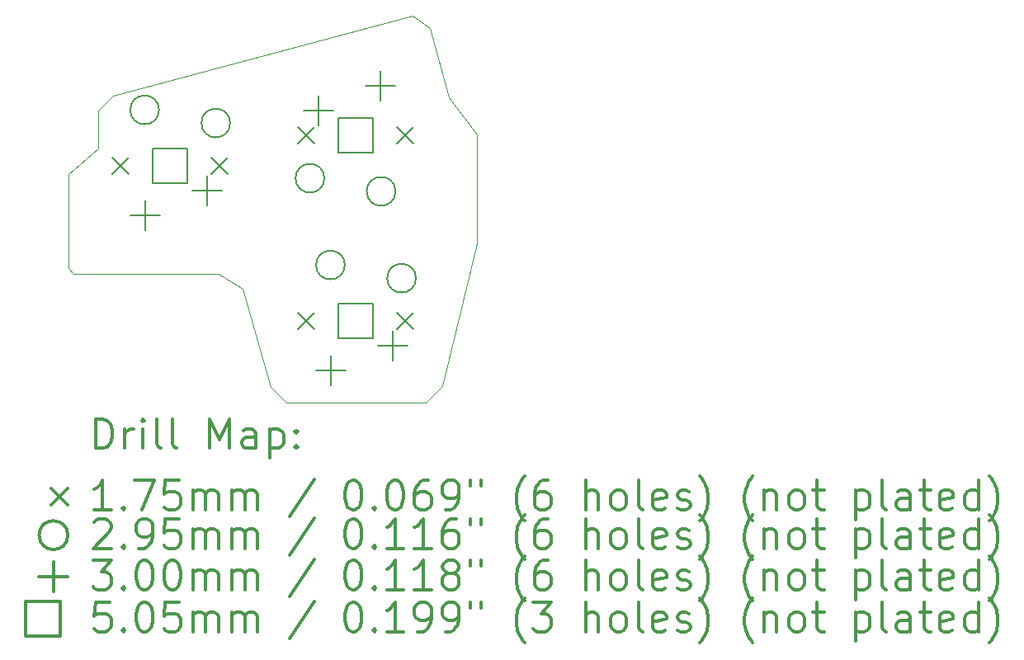
<source format=gbr>
%FSLAX45Y45*%
G04 Gerber Fmt 4.5, Leading zero omitted, Abs format (unit mm)*
G04 Created by KiCad (PCBNEW (5.1.4)-1) date 2023-09-09 05:27:41*
%MOMM*%
%LPD*%
G04 APERTURE LIST*
%ADD10C,0.050000*%
%ADD11C,0.200000*%
%ADD12C,0.300000*%
G04 APERTURE END LIST*
D10*
X-11844000Y-36817000D02*
X-12087000Y-36664000D01*
X-11554000Y-37827000D02*
X-11844000Y-36817000D01*
X-11394000Y-37987000D02*
X-11554000Y-37827000D01*
X-9964000Y-37987000D02*
X-11394000Y-37987000D01*
X-9794000Y-37817000D02*
X-9964000Y-37987000D01*
X-9442855Y-36347132D02*
X-9794000Y-37817000D01*
X-13172856Y-34837338D02*
X-13328680Y-34987437D01*
X-9732256Y-34849786D02*
X-9922861Y-34143217D01*
X-9442855Y-36347132D02*
X-9443385Y-35233131D01*
X-9732256Y-34849786D02*
X-9443385Y-35233131D01*
X-13635081Y-35635850D02*
X-13329862Y-35379556D01*
X-13635471Y-36609053D02*
X-13581145Y-36664530D01*
X-13635471Y-36609053D02*
X-13635081Y-35635850D01*
X-9922861Y-34143217D02*
X-10100158Y-34012619D01*
X-13329862Y-35379556D02*
X-13328680Y-34987437D01*
X-10100158Y-34012619D02*
X-13172856Y-34837338D01*
X-12087000Y-36664000D02*
X-13581145Y-36664530D01*
D11*
X-11279500Y-37060500D02*
X-11104500Y-37235500D01*
X-11104500Y-37060500D02*
X-11279500Y-37235500D01*
X-10263500Y-37060500D02*
X-10088500Y-37235500D01*
X-10088500Y-37060500D02*
X-10263500Y-37235500D01*
X-11279500Y-35154692D02*
X-11104500Y-35329692D01*
X-11104500Y-35154692D02*
X-11279500Y-35329692D01*
X-10263500Y-35154692D02*
X-10088500Y-35329692D01*
X-10088500Y-35154692D02*
X-10263500Y-35329692D01*
X-13185895Y-35468506D02*
X-13010895Y-35643506D01*
X-13010895Y-35468506D02*
X-13185895Y-35643506D01*
X-12169895Y-35468506D02*
X-11994895Y-35643506D01*
X-11994895Y-35468506D02*
X-12169895Y-35643506D01*
X-10796500Y-36573000D02*
G75*
G03X-10796500Y-36573000I-147500J0D01*
G01*
X-10066500Y-36708000D02*
G75*
G03X-10066500Y-36708000I-147500J0D01*
G01*
X-11006500Y-35682192D02*
G75*
G03X-11006500Y-35682192I-147500J0D01*
G01*
X-10276500Y-35817192D02*
G75*
G03X-10276500Y-35817192I-147500J0D01*
G01*
X-12702895Y-34981006D02*
G75*
G03X-12702895Y-34981006I-147500J0D01*
G01*
X-11972895Y-35116006D02*
G75*
G03X-11972895Y-35116006I-147500J0D01*
G01*
X-10938000Y-37506000D02*
X-10938000Y-37806000D01*
X-11088000Y-37656000D02*
X-10788000Y-37656000D01*
X-10303000Y-37252000D02*
X-10303000Y-37552000D01*
X-10453000Y-37402000D02*
X-10153000Y-37402000D01*
X-11065000Y-34838192D02*
X-11065000Y-35138192D01*
X-11215000Y-34988192D02*
X-10915000Y-34988192D01*
X-10430000Y-34584192D02*
X-10430000Y-34884192D01*
X-10580000Y-34734192D02*
X-10280000Y-34734192D01*
X-12844395Y-35914006D02*
X-12844395Y-36214006D01*
X-12994395Y-36064006D02*
X-12694395Y-36064006D01*
X-12209395Y-35660006D02*
X-12209395Y-35960006D01*
X-12359395Y-35810006D02*
X-12059395Y-35810006D01*
X-10505454Y-37326546D02*
X-10505454Y-36969454D01*
X-10862546Y-36969454D01*
X-10862546Y-37326546D01*
X-10505454Y-37326546D01*
X-10505454Y-35420738D02*
X-10505454Y-35063646D01*
X-10862546Y-35063646D01*
X-10862546Y-35420738D01*
X-10505454Y-35420738D01*
X-12411849Y-35734552D02*
X-12411849Y-35377460D01*
X-12768942Y-35377460D01*
X-12768942Y-35734552D01*
X-12411849Y-35734552D01*
D12*
X-13351543Y-38455214D02*
X-13351543Y-38155214D01*
X-13280114Y-38155214D01*
X-13237257Y-38169500D01*
X-13208685Y-38198072D01*
X-13194400Y-38226643D01*
X-13180114Y-38283786D01*
X-13180114Y-38326643D01*
X-13194400Y-38383786D01*
X-13208685Y-38412357D01*
X-13237257Y-38440929D01*
X-13280114Y-38455214D01*
X-13351543Y-38455214D01*
X-13051543Y-38455214D02*
X-13051543Y-38255214D01*
X-13051543Y-38312357D02*
X-13037257Y-38283786D01*
X-13022971Y-38269500D01*
X-12994400Y-38255214D01*
X-12965828Y-38255214D01*
X-12865828Y-38455214D02*
X-12865828Y-38255214D01*
X-12865828Y-38155214D02*
X-12880114Y-38169500D01*
X-12865828Y-38183786D01*
X-12851543Y-38169500D01*
X-12865828Y-38155214D01*
X-12865828Y-38183786D01*
X-12680114Y-38455214D02*
X-12708685Y-38440929D01*
X-12722971Y-38412357D01*
X-12722971Y-38155214D01*
X-12522971Y-38455214D02*
X-12551543Y-38440929D01*
X-12565828Y-38412357D01*
X-12565828Y-38155214D01*
X-12180114Y-38455214D02*
X-12180114Y-38155214D01*
X-12080114Y-38369500D01*
X-11980114Y-38155214D01*
X-11980114Y-38455214D01*
X-11708685Y-38455214D02*
X-11708685Y-38298072D01*
X-11722971Y-38269500D01*
X-11751543Y-38255214D01*
X-11808685Y-38255214D01*
X-11837257Y-38269500D01*
X-11708685Y-38440929D02*
X-11737257Y-38455214D01*
X-11808685Y-38455214D01*
X-11837257Y-38440929D01*
X-11851543Y-38412357D01*
X-11851543Y-38383786D01*
X-11837257Y-38355214D01*
X-11808685Y-38340929D01*
X-11737257Y-38340929D01*
X-11708685Y-38326643D01*
X-11565828Y-38255214D02*
X-11565828Y-38555214D01*
X-11565828Y-38269500D02*
X-11537257Y-38255214D01*
X-11480114Y-38255214D01*
X-11451543Y-38269500D01*
X-11437257Y-38283786D01*
X-11422971Y-38312357D01*
X-11422971Y-38398072D01*
X-11437257Y-38426643D01*
X-11451543Y-38440929D01*
X-11480114Y-38455214D01*
X-11537257Y-38455214D01*
X-11565828Y-38440929D01*
X-11294400Y-38426643D02*
X-11280114Y-38440929D01*
X-11294400Y-38455214D01*
X-11308685Y-38440929D01*
X-11294400Y-38426643D01*
X-11294400Y-38455214D01*
X-11294400Y-38269500D02*
X-11280114Y-38283786D01*
X-11294400Y-38298072D01*
X-11308685Y-38283786D01*
X-11294400Y-38269500D01*
X-11294400Y-38298072D01*
X-13812971Y-38862000D02*
X-13637971Y-39037000D01*
X-13637971Y-38862000D02*
X-13812971Y-39037000D01*
X-13194400Y-39085214D02*
X-13365828Y-39085214D01*
X-13280114Y-39085214D02*
X-13280114Y-38785214D01*
X-13308685Y-38828072D01*
X-13337257Y-38856643D01*
X-13365828Y-38870929D01*
X-13065828Y-39056643D02*
X-13051543Y-39070929D01*
X-13065828Y-39085214D01*
X-13080114Y-39070929D01*
X-13065828Y-39056643D01*
X-13065828Y-39085214D01*
X-12951543Y-38785214D02*
X-12751543Y-38785214D01*
X-12880114Y-39085214D01*
X-12494400Y-38785214D02*
X-12637257Y-38785214D01*
X-12651543Y-38928072D01*
X-12637257Y-38913786D01*
X-12608685Y-38899500D01*
X-12537257Y-38899500D01*
X-12508685Y-38913786D01*
X-12494400Y-38928072D01*
X-12480114Y-38956643D01*
X-12480114Y-39028072D01*
X-12494400Y-39056643D01*
X-12508685Y-39070929D01*
X-12537257Y-39085214D01*
X-12608685Y-39085214D01*
X-12637257Y-39070929D01*
X-12651543Y-39056643D01*
X-12351543Y-39085214D02*
X-12351543Y-38885214D01*
X-12351543Y-38913786D02*
X-12337257Y-38899500D01*
X-12308685Y-38885214D01*
X-12265828Y-38885214D01*
X-12237257Y-38899500D01*
X-12222971Y-38928072D01*
X-12222971Y-39085214D01*
X-12222971Y-38928072D02*
X-12208685Y-38899500D01*
X-12180114Y-38885214D01*
X-12137257Y-38885214D01*
X-12108685Y-38899500D01*
X-12094400Y-38928072D01*
X-12094400Y-39085214D01*
X-11951543Y-39085214D02*
X-11951543Y-38885214D01*
X-11951543Y-38913786D02*
X-11937257Y-38899500D01*
X-11908685Y-38885214D01*
X-11865828Y-38885214D01*
X-11837257Y-38899500D01*
X-11822971Y-38928072D01*
X-11822971Y-39085214D01*
X-11822971Y-38928072D02*
X-11808685Y-38899500D01*
X-11780114Y-38885214D01*
X-11737257Y-38885214D01*
X-11708685Y-38899500D01*
X-11694400Y-38928072D01*
X-11694400Y-39085214D01*
X-11108686Y-38770929D02*
X-11365828Y-39156643D01*
X-10722971Y-38785214D02*
X-10694400Y-38785214D01*
X-10665828Y-38799500D01*
X-10651543Y-38813786D01*
X-10637257Y-38842357D01*
X-10622971Y-38899500D01*
X-10622971Y-38970929D01*
X-10637257Y-39028072D01*
X-10651543Y-39056643D01*
X-10665828Y-39070929D01*
X-10694400Y-39085214D01*
X-10722971Y-39085214D01*
X-10751543Y-39070929D01*
X-10765828Y-39056643D01*
X-10780114Y-39028072D01*
X-10794400Y-38970929D01*
X-10794400Y-38899500D01*
X-10780114Y-38842357D01*
X-10765828Y-38813786D01*
X-10751543Y-38799500D01*
X-10722971Y-38785214D01*
X-10494400Y-39056643D02*
X-10480114Y-39070929D01*
X-10494400Y-39085214D01*
X-10508686Y-39070929D01*
X-10494400Y-39056643D01*
X-10494400Y-39085214D01*
X-10294400Y-38785214D02*
X-10265828Y-38785214D01*
X-10237257Y-38799500D01*
X-10222971Y-38813786D01*
X-10208686Y-38842357D01*
X-10194400Y-38899500D01*
X-10194400Y-38970929D01*
X-10208686Y-39028072D01*
X-10222971Y-39056643D01*
X-10237257Y-39070929D01*
X-10265828Y-39085214D01*
X-10294400Y-39085214D01*
X-10322971Y-39070929D01*
X-10337257Y-39056643D01*
X-10351543Y-39028072D01*
X-10365828Y-38970929D01*
X-10365828Y-38899500D01*
X-10351543Y-38842357D01*
X-10337257Y-38813786D01*
X-10322971Y-38799500D01*
X-10294400Y-38785214D01*
X-9937257Y-38785214D02*
X-9994400Y-38785214D01*
X-10022971Y-38799500D01*
X-10037257Y-38813786D01*
X-10065828Y-38856643D01*
X-10080114Y-38913786D01*
X-10080114Y-39028072D01*
X-10065828Y-39056643D01*
X-10051543Y-39070929D01*
X-10022971Y-39085214D01*
X-9965828Y-39085214D01*
X-9937257Y-39070929D01*
X-9922971Y-39056643D01*
X-9908686Y-39028072D01*
X-9908686Y-38956643D01*
X-9922971Y-38928072D01*
X-9937257Y-38913786D01*
X-9965828Y-38899500D01*
X-10022971Y-38899500D01*
X-10051543Y-38913786D01*
X-10065828Y-38928072D01*
X-10080114Y-38956643D01*
X-9765828Y-39085214D02*
X-9708686Y-39085214D01*
X-9680114Y-39070929D01*
X-9665828Y-39056643D01*
X-9637257Y-39013786D01*
X-9622971Y-38956643D01*
X-9622971Y-38842357D01*
X-9637257Y-38813786D01*
X-9651543Y-38799500D01*
X-9680114Y-38785214D01*
X-9737257Y-38785214D01*
X-9765828Y-38799500D01*
X-9780114Y-38813786D01*
X-9794400Y-38842357D01*
X-9794400Y-38913786D01*
X-9780114Y-38942357D01*
X-9765828Y-38956643D01*
X-9737257Y-38970929D01*
X-9680114Y-38970929D01*
X-9651543Y-38956643D01*
X-9637257Y-38942357D01*
X-9622971Y-38913786D01*
X-9508686Y-38785214D02*
X-9508686Y-38842357D01*
X-9394400Y-38785214D02*
X-9394400Y-38842357D01*
X-8951543Y-39199500D02*
X-8965828Y-39185214D01*
X-8994400Y-39142357D01*
X-9008686Y-39113786D01*
X-9022971Y-39070929D01*
X-9037257Y-38999500D01*
X-9037257Y-38942357D01*
X-9022971Y-38870929D01*
X-9008686Y-38828072D01*
X-8994400Y-38799500D01*
X-8965828Y-38756643D01*
X-8951543Y-38742357D01*
X-8708686Y-38785214D02*
X-8765828Y-38785214D01*
X-8794400Y-38799500D01*
X-8808686Y-38813786D01*
X-8837257Y-38856643D01*
X-8851543Y-38913786D01*
X-8851543Y-39028072D01*
X-8837257Y-39056643D01*
X-8822971Y-39070929D01*
X-8794400Y-39085214D01*
X-8737257Y-39085214D01*
X-8708686Y-39070929D01*
X-8694400Y-39056643D01*
X-8680114Y-39028072D01*
X-8680114Y-38956643D01*
X-8694400Y-38928072D01*
X-8708686Y-38913786D01*
X-8737257Y-38899500D01*
X-8794400Y-38899500D01*
X-8822971Y-38913786D01*
X-8837257Y-38928072D01*
X-8851543Y-38956643D01*
X-8322971Y-39085214D02*
X-8322971Y-38785214D01*
X-8194400Y-39085214D02*
X-8194400Y-38928072D01*
X-8208685Y-38899500D01*
X-8237257Y-38885214D01*
X-8280114Y-38885214D01*
X-8308685Y-38899500D01*
X-8322971Y-38913786D01*
X-8008685Y-39085214D02*
X-8037257Y-39070929D01*
X-8051543Y-39056643D01*
X-8065828Y-39028072D01*
X-8065828Y-38942357D01*
X-8051543Y-38913786D01*
X-8037257Y-38899500D01*
X-8008685Y-38885214D01*
X-7965828Y-38885214D01*
X-7937257Y-38899500D01*
X-7922971Y-38913786D01*
X-7908685Y-38942357D01*
X-7908685Y-39028072D01*
X-7922971Y-39056643D01*
X-7937257Y-39070929D01*
X-7965828Y-39085214D01*
X-8008685Y-39085214D01*
X-7737257Y-39085214D02*
X-7765828Y-39070929D01*
X-7780114Y-39042357D01*
X-7780114Y-38785214D01*
X-7508685Y-39070929D02*
X-7537257Y-39085214D01*
X-7594400Y-39085214D01*
X-7622971Y-39070929D01*
X-7637257Y-39042357D01*
X-7637257Y-38928072D01*
X-7622971Y-38899500D01*
X-7594400Y-38885214D01*
X-7537257Y-38885214D01*
X-7508685Y-38899500D01*
X-7494400Y-38928072D01*
X-7494400Y-38956643D01*
X-7637257Y-38985214D01*
X-7380114Y-39070929D02*
X-7351543Y-39085214D01*
X-7294400Y-39085214D01*
X-7265828Y-39070929D01*
X-7251543Y-39042357D01*
X-7251543Y-39028072D01*
X-7265828Y-38999500D01*
X-7294400Y-38985214D01*
X-7337257Y-38985214D01*
X-7365828Y-38970929D01*
X-7380114Y-38942357D01*
X-7380114Y-38928072D01*
X-7365828Y-38899500D01*
X-7337257Y-38885214D01*
X-7294400Y-38885214D01*
X-7265828Y-38899500D01*
X-7151543Y-39199500D02*
X-7137257Y-39185214D01*
X-7108685Y-39142357D01*
X-7094400Y-39113786D01*
X-7080114Y-39070929D01*
X-7065828Y-38999500D01*
X-7065828Y-38942357D01*
X-7080114Y-38870929D01*
X-7094400Y-38828072D01*
X-7108685Y-38799500D01*
X-7137257Y-38756643D01*
X-7151543Y-38742357D01*
X-6608685Y-39199500D02*
X-6622971Y-39185214D01*
X-6651543Y-39142357D01*
X-6665828Y-39113786D01*
X-6680114Y-39070929D01*
X-6694400Y-38999500D01*
X-6694400Y-38942357D01*
X-6680114Y-38870929D01*
X-6665828Y-38828072D01*
X-6651543Y-38799500D01*
X-6622971Y-38756643D01*
X-6608685Y-38742357D01*
X-6494400Y-38885214D02*
X-6494400Y-39085214D01*
X-6494400Y-38913786D02*
X-6480114Y-38899500D01*
X-6451543Y-38885214D01*
X-6408685Y-38885214D01*
X-6380114Y-38899500D01*
X-6365828Y-38928072D01*
X-6365828Y-39085214D01*
X-6180114Y-39085214D02*
X-6208685Y-39070929D01*
X-6222971Y-39056643D01*
X-6237257Y-39028072D01*
X-6237257Y-38942357D01*
X-6222971Y-38913786D01*
X-6208685Y-38899500D01*
X-6180114Y-38885214D01*
X-6137257Y-38885214D01*
X-6108685Y-38899500D01*
X-6094400Y-38913786D01*
X-6080114Y-38942357D01*
X-6080114Y-39028072D01*
X-6094400Y-39056643D01*
X-6108685Y-39070929D01*
X-6137257Y-39085214D01*
X-6180114Y-39085214D01*
X-5994400Y-38885214D02*
X-5880114Y-38885214D01*
X-5951543Y-38785214D02*
X-5951543Y-39042357D01*
X-5937257Y-39070929D01*
X-5908685Y-39085214D01*
X-5880114Y-39085214D01*
X-5551543Y-38885214D02*
X-5551543Y-39185214D01*
X-5551543Y-38899500D02*
X-5522971Y-38885214D01*
X-5465828Y-38885214D01*
X-5437257Y-38899500D01*
X-5422971Y-38913786D01*
X-5408686Y-38942357D01*
X-5408686Y-39028072D01*
X-5422971Y-39056643D01*
X-5437257Y-39070929D01*
X-5465828Y-39085214D01*
X-5522971Y-39085214D01*
X-5551543Y-39070929D01*
X-5237257Y-39085214D02*
X-5265828Y-39070929D01*
X-5280114Y-39042357D01*
X-5280114Y-38785214D01*
X-4994400Y-39085214D02*
X-4994400Y-38928072D01*
X-5008686Y-38899500D01*
X-5037257Y-38885214D01*
X-5094400Y-38885214D01*
X-5122971Y-38899500D01*
X-4994400Y-39070929D02*
X-5022971Y-39085214D01*
X-5094400Y-39085214D01*
X-5122971Y-39070929D01*
X-5137257Y-39042357D01*
X-5137257Y-39013786D01*
X-5122971Y-38985214D01*
X-5094400Y-38970929D01*
X-5022971Y-38970929D01*
X-4994400Y-38956643D01*
X-4894400Y-38885214D02*
X-4780114Y-38885214D01*
X-4851543Y-38785214D02*
X-4851543Y-39042357D01*
X-4837257Y-39070929D01*
X-4808686Y-39085214D01*
X-4780114Y-39085214D01*
X-4565828Y-39070929D02*
X-4594400Y-39085214D01*
X-4651543Y-39085214D01*
X-4680114Y-39070929D01*
X-4694400Y-39042357D01*
X-4694400Y-38928072D01*
X-4680114Y-38899500D01*
X-4651543Y-38885214D01*
X-4594400Y-38885214D01*
X-4565828Y-38899500D01*
X-4551543Y-38928072D01*
X-4551543Y-38956643D01*
X-4694400Y-38985214D01*
X-4294400Y-39085214D02*
X-4294400Y-38785214D01*
X-4294400Y-39070929D02*
X-4322971Y-39085214D01*
X-4380114Y-39085214D01*
X-4408686Y-39070929D01*
X-4422971Y-39056643D01*
X-4437257Y-39028072D01*
X-4437257Y-38942357D01*
X-4422971Y-38913786D01*
X-4408686Y-38899500D01*
X-4380114Y-38885214D01*
X-4322971Y-38885214D01*
X-4294400Y-38899500D01*
X-4180114Y-39199500D02*
X-4165828Y-39185214D01*
X-4137257Y-39142357D01*
X-4122971Y-39113786D01*
X-4108685Y-39070929D01*
X-4094400Y-38999500D01*
X-4094400Y-38942357D01*
X-4108685Y-38870929D01*
X-4122971Y-38828072D01*
X-4137257Y-38799500D01*
X-4165828Y-38756643D01*
X-4180114Y-38742357D01*
X-13637971Y-39345500D02*
G75*
G03X-13637971Y-39345500I-147500J0D01*
G01*
X-13365828Y-39209786D02*
X-13351543Y-39195500D01*
X-13322971Y-39181214D01*
X-13251543Y-39181214D01*
X-13222971Y-39195500D01*
X-13208685Y-39209786D01*
X-13194400Y-39238357D01*
X-13194400Y-39266929D01*
X-13208685Y-39309786D01*
X-13380114Y-39481214D01*
X-13194400Y-39481214D01*
X-13065828Y-39452643D02*
X-13051543Y-39466929D01*
X-13065828Y-39481214D01*
X-13080114Y-39466929D01*
X-13065828Y-39452643D01*
X-13065828Y-39481214D01*
X-12908685Y-39481214D02*
X-12851543Y-39481214D01*
X-12822971Y-39466929D01*
X-12808685Y-39452643D01*
X-12780114Y-39409786D01*
X-12765828Y-39352643D01*
X-12765828Y-39238357D01*
X-12780114Y-39209786D01*
X-12794400Y-39195500D01*
X-12822971Y-39181214D01*
X-12880114Y-39181214D01*
X-12908685Y-39195500D01*
X-12922971Y-39209786D01*
X-12937257Y-39238357D01*
X-12937257Y-39309786D01*
X-12922971Y-39338357D01*
X-12908685Y-39352643D01*
X-12880114Y-39366929D01*
X-12822971Y-39366929D01*
X-12794400Y-39352643D01*
X-12780114Y-39338357D01*
X-12765828Y-39309786D01*
X-12494400Y-39181214D02*
X-12637257Y-39181214D01*
X-12651543Y-39324072D01*
X-12637257Y-39309786D01*
X-12608685Y-39295500D01*
X-12537257Y-39295500D01*
X-12508685Y-39309786D01*
X-12494400Y-39324072D01*
X-12480114Y-39352643D01*
X-12480114Y-39424072D01*
X-12494400Y-39452643D01*
X-12508685Y-39466929D01*
X-12537257Y-39481214D01*
X-12608685Y-39481214D01*
X-12637257Y-39466929D01*
X-12651543Y-39452643D01*
X-12351543Y-39481214D02*
X-12351543Y-39281214D01*
X-12351543Y-39309786D02*
X-12337257Y-39295500D01*
X-12308685Y-39281214D01*
X-12265828Y-39281214D01*
X-12237257Y-39295500D01*
X-12222971Y-39324072D01*
X-12222971Y-39481214D01*
X-12222971Y-39324072D02*
X-12208685Y-39295500D01*
X-12180114Y-39281214D01*
X-12137257Y-39281214D01*
X-12108685Y-39295500D01*
X-12094400Y-39324072D01*
X-12094400Y-39481214D01*
X-11951543Y-39481214D02*
X-11951543Y-39281214D01*
X-11951543Y-39309786D02*
X-11937257Y-39295500D01*
X-11908685Y-39281214D01*
X-11865828Y-39281214D01*
X-11837257Y-39295500D01*
X-11822971Y-39324072D01*
X-11822971Y-39481214D01*
X-11822971Y-39324072D02*
X-11808685Y-39295500D01*
X-11780114Y-39281214D01*
X-11737257Y-39281214D01*
X-11708685Y-39295500D01*
X-11694400Y-39324072D01*
X-11694400Y-39481214D01*
X-11108686Y-39166929D02*
X-11365828Y-39552643D01*
X-10722971Y-39181214D02*
X-10694400Y-39181214D01*
X-10665828Y-39195500D01*
X-10651543Y-39209786D01*
X-10637257Y-39238357D01*
X-10622971Y-39295500D01*
X-10622971Y-39366929D01*
X-10637257Y-39424072D01*
X-10651543Y-39452643D01*
X-10665828Y-39466929D01*
X-10694400Y-39481214D01*
X-10722971Y-39481214D01*
X-10751543Y-39466929D01*
X-10765828Y-39452643D01*
X-10780114Y-39424072D01*
X-10794400Y-39366929D01*
X-10794400Y-39295500D01*
X-10780114Y-39238357D01*
X-10765828Y-39209786D01*
X-10751543Y-39195500D01*
X-10722971Y-39181214D01*
X-10494400Y-39452643D02*
X-10480114Y-39466929D01*
X-10494400Y-39481214D01*
X-10508686Y-39466929D01*
X-10494400Y-39452643D01*
X-10494400Y-39481214D01*
X-10194400Y-39481214D02*
X-10365828Y-39481214D01*
X-10280114Y-39481214D02*
X-10280114Y-39181214D01*
X-10308686Y-39224072D01*
X-10337257Y-39252643D01*
X-10365828Y-39266929D01*
X-9908686Y-39481214D02*
X-10080114Y-39481214D01*
X-9994400Y-39481214D02*
X-9994400Y-39181214D01*
X-10022971Y-39224072D01*
X-10051543Y-39252643D01*
X-10080114Y-39266929D01*
X-9651543Y-39181214D02*
X-9708686Y-39181214D01*
X-9737257Y-39195500D01*
X-9751543Y-39209786D01*
X-9780114Y-39252643D01*
X-9794400Y-39309786D01*
X-9794400Y-39424072D01*
X-9780114Y-39452643D01*
X-9765828Y-39466929D01*
X-9737257Y-39481214D01*
X-9680114Y-39481214D01*
X-9651543Y-39466929D01*
X-9637257Y-39452643D01*
X-9622971Y-39424072D01*
X-9622971Y-39352643D01*
X-9637257Y-39324072D01*
X-9651543Y-39309786D01*
X-9680114Y-39295500D01*
X-9737257Y-39295500D01*
X-9765828Y-39309786D01*
X-9780114Y-39324072D01*
X-9794400Y-39352643D01*
X-9508686Y-39181214D02*
X-9508686Y-39238357D01*
X-9394400Y-39181214D02*
X-9394400Y-39238357D01*
X-8951543Y-39595500D02*
X-8965828Y-39581214D01*
X-8994400Y-39538357D01*
X-9008686Y-39509786D01*
X-9022971Y-39466929D01*
X-9037257Y-39395500D01*
X-9037257Y-39338357D01*
X-9022971Y-39266929D01*
X-9008686Y-39224072D01*
X-8994400Y-39195500D01*
X-8965828Y-39152643D01*
X-8951543Y-39138357D01*
X-8708686Y-39181214D02*
X-8765828Y-39181214D01*
X-8794400Y-39195500D01*
X-8808686Y-39209786D01*
X-8837257Y-39252643D01*
X-8851543Y-39309786D01*
X-8851543Y-39424072D01*
X-8837257Y-39452643D01*
X-8822971Y-39466929D01*
X-8794400Y-39481214D01*
X-8737257Y-39481214D01*
X-8708686Y-39466929D01*
X-8694400Y-39452643D01*
X-8680114Y-39424072D01*
X-8680114Y-39352643D01*
X-8694400Y-39324072D01*
X-8708686Y-39309786D01*
X-8737257Y-39295500D01*
X-8794400Y-39295500D01*
X-8822971Y-39309786D01*
X-8837257Y-39324072D01*
X-8851543Y-39352643D01*
X-8322971Y-39481214D02*
X-8322971Y-39181214D01*
X-8194400Y-39481214D02*
X-8194400Y-39324072D01*
X-8208685Y-39295500D01*
X-8237257Y-39281214D01*
X-8280114Y-39281214D01*
X-8308685Y-39295500D01*
X-8322971Y-39309786D01*
X-8008685Y-39481214D02*
X-8037257Y-39466929D01*
X-8051543Y-39452643D01*
X-8065828Y-39424072D01*
X-8065828Y-39338357D01*
X-8051543Y-39309786D01*
X-8037257Y-39295500D01*
X-8008685Y-39281214D01*
X-7965828Y-39281214D01*
X-7937257Y-39295500D01*
X-7922971Y-39309786D01*
X-7908685Y-39338357D01*
X-7908685Y-39424072D01*
X-7922971Y-39452643D01*
X-7937257Y-39466929D01*
X-7965828Y-39481214D01*
X-8008685Y-39481214D01*
X-7737257Y-39481214D02*
X-7765828Y-39466929D01*
X-7780114Y-39438357D01*
X-7780114Y-39181214D01*
X-7508685Y-39466929D02*
X-7537257Y-39481214D01*
X-7594400Y-39481214D01*
X-7622971Y-39466929D01*
X-7637257Y-39438357D01*
X-7637257Y-39324072D01*
X-7622971Y-39295500D01*
X-7594400Y-39281214D01*
X-7537257Y-39281214D01*
X-7508685Y-39295500D01*
X-7494400Y-39324072D01*
X-7494400Y-39352643D01*
X-7637257Y-39381214D01*
X-7380114Y-39466929D02*
X-7351543Y-39481214D01*
X-7294400Y-39481214D01*
X-7265828Y-39466929D01*
X-7251543Y-39438357D01*
X-7251543Y-39424072D01*
X-7265828Y-39395500D01*
X-7294400Y-39381214D01*
X-7337257Y-39381214D01*
X-7365828Y-39366929D01*
X-7380114Y-39338357D01*
X-7380114Y-39324072D01*
X-7365828Y-39295500D01*
X-7337257Y-39281214D01*
X-7294400Y-39281214D01*
X-7265828Y-39295500D01*
X-7151543Y-39595500D02*
X-7137257Y-39581214D01*
X-7108685Y-39538357D01*
X-7094400Y-39509786D01*
X-7080114Y-39466929D01*
X-7065828Y-39395500D01*
X-7065828Y-39338357D01*
X-7080114Y-39266929D01*
X-7094400Y-39224072D01*
X-7108685Y-39195500D01*
X-7137257Y-39152643D01*
X-7151543Y-39138357D01*
X-6608685Y-39595500D02*
X-6622971Y-39581214D01*
X-6651543Y-39538357D01*
X-6665828Y-39509786D01*
X-6680114Y-39466929D01*
X-6694400Y-39395500D01*
X-6694400Y-39338357D01*
X-6680114Y-39266929D01*
X-6665828Y-39224072D01*
X-6651543Y-39195500D01*
X-6622971Y-39152643D01*
X-6608685Y-39138357D01*
X-6494400Y-39281214D02*
X-6494400Y-39481214D01*
X-6494400Y-39309786D02*
X-6480114Y-39295500D01*
X-6451543Y-39281214D01*
X-6408685Y-39281214D01*
X-6380114Y-39295500D01*
X-6365828Y-39324072D01*
X-6365828Y-39481214D01*
X-6180114Y-39481214D02*
X-6208685Y-39466929D01*
X-6222971Y-39452643D01*
X-6237257Y-39424072D01*
X-6237257Y-39338357D01*
X-6222971Y-39309786D01*
X-6208685Y-39295500D01*
X-6180114Y-39281214D01*
X-6137257Y-39281214D01*
X-6108685Y-39295500D01*
X-6094400Y-39309786D01*
X-6080114Y-39338357D01*
X-6080114Y-39424072D01*
X-6094400Y-39452643D01*
X-6108685Y-39466929D01*
X-6137257Y-39481214D01*
X-6180114Y-39481214D01*
X-5994400Y-39281214D02*
X-5880114Y-39281214D01*
X-5951543Y-39181214D02*
X-5951543Y-39438357D01*
X-5937257Y-39466929D01*
X-5908685Y-39481214D01*
X-5880114Y-39481214D01*
X-5551543Y-39281214D02*
X-5551543Y-39581214D01*
X-5551543Y-39295500D02*
X-5522971Y-39281214D01*
X-5465828Y-39281214D01*
X-5437257Y-39295500D01*
X-5422971Y-39309786D01*
X-5408686Y-39338357D01*
X-5408686Y-39424072D01*
X-5422971Y-39452643D01*
X-5437257Y-39466929D01*
X-5465828Y-39481214D01*
X-5522971Y-39481214D01*
X-5551543Y-39466929D01*
X-5237257Y-39481214D02*
X-5265828Y-39466929D01*
X-5280114Y-39438357D01*
X-5280114Y-39181214D01*
X-4994400Y-39481214D02*
X-4994400Y-39324072D01*
X-5008686Y-39295500D01*
X-5037257Y-39281214D01*
X-5094400Y-39281214D01*
X-5122971Y-39295500D01*
X-4994400Y-39466929D02*
X-5022971Y-39481214D01*
X-5094400Y-39481214D01*
X-5122971Y-39466929D01*
X-5137257Y-39438357D01*
X-5137257Y-39409786D01*
X-5122971Y-39381214D01*
X-5094400Y-39366929D01*
X-5022971Y-39366929D01*
X-4994400Y-39352643D01*
X-4894400Y-39281214D02*
X-4780114Y-39281214D01*
X-4851543Y-39181214D02*
X-4851543Y-39438357D01*
X-4837257Y-39466929D01*
X-4808686Y-39481214D01*
X-4780114Y-39481214D01*
X-4565828Y-39466929D02*
X-4594400Y-39481214D01*
X-4651543Y-39481214D01*
X-4680114Y-39466929D01*
X-4694400Y-39438357D01*
X-4694400Y-39324072D01*
X-4680114Y-39295500D01*
X-4651543Y-39281214D01*
X-4594400Y-39281214D01*
X-4565828Y-39295500D01*
X-4551543Y-39324072D01*
X-4551543Y-39352643D01*
X-4694400Y-39381214D01*
X-4294400Y-39481214D02*
X-4294400Y-39181214D01*
X-4294400Y-39466929D02*
X-4322971Y-39481214D01*
X-4380114Y-39481214D01*
X-4408686Y-39466929D01*
X-4422971Y-39452643D01*
X-4437257Y-39424072D01*
X-4437257Y-39338357D01*
X-4422971Y-39309786D01*
X-4408686Y-39295500D01*
X-4380114Y-39281214D01*
X-4322971Y-39281214D01*
X-4294400Y-39295500D01*
X-4180114Y-39595500D02*
X-4165828Y-39581214D01*
X-4137257Y-39538357D01*
X-4122971Y-39509786D01*
X-4108685Y-39466929D01*
X-4094400Y-39395500D01*
X-4094400Y-39338357D01*
X-4108685Y-39266929D01*
X-4122971Y-39224072D01*
X-4137257Y-39195500D01*
X-4165828Y-39152643D01*
X-4180114Y-39138357D01*
X-13787971Y-39620500D02*
X-13787971Y-39920500D01*
X-13937971Y-39770500D02*
X-13637971Y-39770500D01*
X-13380114Y-39606214D02*
X-13194400Y-39606214D01*
X-13294400Y-39720500D01*
X-13251543Y-39720500D01*
X-13222971Y-39734786D01*
X-13208685Y-39749072D01*
X-13194400Y-39777643D01*
X-13194400Y-39849072D01*
X-13208685Y-39877643D01*
X-13222971Y-39891929D01*
X-13251543Y-39906214D01*
X-13337257Y-39906214D01*
X-13365828Y-39891929D01*
X-13380114Y-39877643D01*
X-13065828Y-39877643D02*
X-13051543Y-39891929D01*
X-13065828Y-39906214D01*
X-13080114Y-39891929D01*
X-13065828Y-39877643D01*
X-13065828Y-39906214D01*
X-12865828Y-39606214D02*
X-12837257Y-39606214D01*
X-12808685Y-39620500D01*
X-12794400Y-39634786D01*
X-12780114Y-39663357D01*
X-12765828Y-39720500D01*
X-12765828Y-39791929D01*
X-12780114Y-39849072D01*
X-12794400Y-39877643D01*
X-12808685Y-39891929D01*
X-12837257Y-39906214D01*
X-12865828Y-39906214D01*
X-12894400Y-39891929D01*
X-12908685Y-39877643D01*
X-12922971Y-39849072D01*
X-12937257Y-39791929D01*
X-12937257Y-39720500D01*
X-12922971Y-39663357D01*
X-12908685Y-39634786D01*
X-12894400Y-39620500D01*
X-12865828Y-39606214D01*
X-12580114Y-39606214D02*
X-12551543Y-39606214D01*
X-12522971Y-39620500D01*
X-12508685Y-39634786D01*
X-12494400Y-39663357D01*
X-12480114Y-39720500D01*
X-12480114Y-39791929D01*
X-12494400Y-39849072D01*
X-12508685Y-39877643D01*
X-12522971Y-39891929D01*
X-12551543Y-39906214D01*
X-12580114Y-39906214D01*
X-12608685Y-39891929D01*
X-12622971Y-39877643D01*
X-12637257Y-39849072D01*
X-12651543Y-39791929D01*
X-12651543Y-39720500D01*
X-12637257Y-39663357D01*
X-12622971Y-39634786D01*
X-12608685Y-39620500D01*
X-12580114Y-39606214D01*
X-12351543Y-39906214D02*
X-12351543Y-39706214D01*
X-12351543Y-39734786D02*
X-12337257Y-39720500D01*
X-12308685Y-39706214D01*
X-12265828Y-39706214D01*
X-12237257Y-39720500D01*
X-12222971Y-39749072D01*
X-12222971Y-39906214D01*
X-12222971Y-39749072D02*
X-12208685Y-39720500D01*
X-12180114Y-39706214D01*
X-12137257Y-39706214D01*
X-12108685Y-39720500D01*
X-12094400Y-39749072D01*
X-12094400Y-39906214D01*
X-11951543Y-39906214D02*
X-11951543Y-39706214D01*
X-11951543Y-39734786D02*
X-11937257Y-39720500D01*
X-11908685Y-39706214D01*
X-11865828Y-39706214D01*
X-11837257Y-39720500D01*
X-11822971Y-39749072D01*
X-11822971Y-39906214D01*
X-11822971Y-39749072D02*
X-11808685Y-39720500D01*
X-11780114Y-39706214D01*
X-11737257Y-39706214D01*
X-11708685Y-39720500D01*
X-11694400Y-39749072D01*
X-11694400Y-39906214D01*
X-11108686Y-39591929D02*
X-11365828Y-39977643D01*
X-10722971Y-39606214D02*
X-10694400Y-39606214D01*
X-10665828Y-39620500D01*
X-10651543Y-39634786D01*
X-10637257Y-39663357D01*
X-10622971Y-39720500D01*
X-10622971Y-39791929D01*
X-10637257Y-39849072D01*
X-10651543Y-39877643D01*
X-10665828Y-39891929D01*
X-10694400Y-39906214D01*
X-10722971Y-39906214D01*
X-10751543Y-39891929D01*
X-10765828Y-39877643D01*
X-10780114Y-39849072D01*
X-10794400Y-39791929D01*
X-10794400Y-39720500D01*
X-10780114Y-39663357D01*
X-10765828Y-39634786D01*
X-10751543Y-39620500D01*
X-10722971Y-39606214D01*
X-10494400Y-39877643D02*
X-10480114Y-39891929D01*
X-10494400Y-39906214D01*
X-10508686Y-39891929D01*
X-10494400Y-39877643D01*
X-10494400Y-39906214D01*
X-10194400Y-39906214D02*
X-10365828Y-39906214D01*
X-10280114Y-39906214D02*
X-10280114Y-39606214D01*
X-10308686Y-39649072D01*
X-10337257Y-39677643D01*
X-10365828Y-39691929D01*
X-9908686Y-39906214D02*
X-10080114Y-39906214D01*
X-9994400Y-39906214D02*
X-9994400Y-39606214D01*
X-10022971Y-39649072D01*
X-10051543Y-39677643D01*
X-10080114Y-39691929D01*
X-9737257Y-39734786D02*
X-9765828Y-39720500D01*
X-9780114Y-39706214D01*
X-9794400Y-39677643D01*
X-9794400Y-39663357D01*
X-9780114Y-39634786D01*
X-9765828Y-39620500D01*
X-9737257Y-39606214D01*
X-9680114Y-39606214D01*
X-9651543Y-39620500D01*
X-9637257Y-39634786D01*
X-9622971Y-39663357D01*
X-9622971Y-39677643D01*
X-9637257Y-39706214D01*
X-9651543Y-39720500D01*
X-9680114Y-39734786D01*
X-9737257Y-39734786D01*
X-9765828Y-39749072D01*
X-9780114Y-39763357D01*
X-9794400Y-39791929D01*
X-9794400Y-39849072D01*
X-9780114Y-39877643D01*
X-9765828Y-39891929D01*
X-9737257Y-39906214D01*
X-9680114Y-39906214D01*
X-9651543Y-39891929D01*
X-9637257Y-39877643D01*
X-9622971Y-39849072D01*
X-9622971Y-39791929D01*
X-9637257Y-39763357D01*
X-9651543Y-39749072D01*
X-9680114Y-39734786D01*
X-9508686Y-39606214D02*
X-9508686Y-39663357D01*
X-9394400Y-39606214D02*
X-9394400Y-39663357D01*
X-8951543Y-40020500D02*
X-8965828Y-40006214D01*
X-8994400Y-39963357D01*
X-9008686Y-39934786D01*
X-9022971Y-39891929D01*
X-9037257Y-39820500D01*
X-9037257Y-39763357D01*
X-9022971Y-39691929D01*
X-9008686Y-39649072D01*
X-8994400Y-39620500D01*
X-8965828Y-39577643D01*
X-8951543Y-39563357D01*
X-8708686Y-39606214D02*
X-8765828Y-39606214D01*
X-8794400Y-39620500D01*
X-8808686Y-39634786D01*
X-8837257Y-39677643D01*
X-8851543Y-39734786D01*
X-8851543Y-39849072D01*
X-8837257Y-39877643D01*
X-8822971Y-39891929D01*
X-8794400Y-39906214D01*
X-8737257Y-39906214D01*
X-8708686Y-39891929D01*
X-8694400Y-39877643D01*
X-8680114Y-39849072D01*
X-8680114Y-39777643D01*
X-8694400Y-39749072D01*
X-8708686Y-39734786D01*
X-8737257Y-39720500D01*
X-8794400Y-39720500D01*
X-8822971Y-39734786D01*
X-8837257Y-39749072D01*
X-8851543Y-39777643D01*
X-8322971Y-39906214D02*
X-8322971Y-39606214D01*
X-8194400Y-39906214D02*
X-8194400Y-39749072D01*
X-8208685Y-39720500D01*
X-8237257Y-39706214D01*
X-8280114Y-39706214D01*
X-8308685Y-39720500D01*
X-8322971Y-39734786D01*
X-8008685Y-39906214D02*
X-8037257Y-39891929D01*
X-8051543Y-39877643D01*
X-8065828Y-39849072D01*
X-8065828Y-39763357D01*
X-8051543Y-39734786D01*
X-8037257Y-39720500D01*
X-8008685Y-39706214D01*
X-7965828Y-39706214D01*
X-7937257Y-39720500D01*
X-7922971Y-39734786D01*
X-7908685Y-39763357D01*
X-7908685Y-39849072D01*
X-7922971Y-39877643D01*
X-7937257Y-39891929D01*
X-7965828Y-39906214D01*
X-8008685Y-39906214D01*
X-7737257Y-39906214D02*
X-7765828Y-39891929D01*
X-7780114Y-39863357D01*
X-7780114Y-39606214D01*
X-7508685Y-39891929D02*
X-7537257Y-39906214D01*
X-7594400Y-39906214D01*
X-7622971Y-39891929D01*
X-7637257Y-39863357D01*
X-7637257Y-39749072D01*
X-7622971Y-39720500D01*
X-7594400Y-39706214D01*
X-7537257Y-39706214D01*
X-7508685Y-39720500D01*
X-7494400Y-39749072D01*
X-7494400Y-39777643D01*
X-7637257Y-39806214D01*
X-7380114Y-39891929D02*
X-7351543Y-39906214D01*
X-7294400Y-39906214D01*
X-7265828Y-39891929D01*
X-7251543Y-39863357D01*
X-7251543Y-39849072D01*
X-7265828Y-39820500D01*
X-7294400Y-39806214D01*
X-7337257Y-39806214D01*
X-7365828Y-39791929D01*
X-7380114Y-39763357D01*
X-7380114Y-39749072D01*
X-7365828Y-39720500D01*
X-7337257Y-39706214D01*
X-7294400Y-39706214D01*
X-7265828Y-39720500D01*
X-7151543Y-40020500D02*
X-7137257Y-40006214D01*
X-7108685Y-39963357D01*
X-7094400Y-39934786D01*
X-7080114Y-39891929D01*
X-7065828Y-39820500D01*
X-7065828Y-39763357D01*
X-7080114Y-39691929D01*
X-7094400Y-39649072D01*
X-7108685Y-39620500D01*
X-7137257Y-39577643D01*
X-7151543Y-39563357D01*
X-6608685Y-40020500D02*
X-6622971Y-40006214D01*
X-6651543Y-39963357D01*
X-6665828Y-39934786D01*
X-6680114Y-39891929D01*
X-6694400Y-39820500D01*
X-6694400Y-39763357D01*
X-6680114Y-39691929D01*
X-6665828Y-39649072D01*
X-6651543Y-39620500D01*
X-6622971Y-39577643D01*
X-6608685Y-39563357D01*
X-6494400Y-39706214D02*
X-6494400Y-39906214D01*
X-6494400Y-39734786D02*
X-6480114Y-39720500D01*
X-6451543Y-39706214D01*
X-6408685Y-39706214D01*
X-6380114Y-39720500D01*
X-6365828Y-39749072D01*
X-6365828Y-39906214D01*
X-6180114Y-39906214D02*
X-6208685Y-39891929D01*
X-6222971Y-39877643D01*
X-6237257Y-39849072D01*
X-6237257Y-39763357D01*
X-6222971Y-39734786D01*
X-6208685Y-39720500D01*
X-6180114Y-39706214D01*
X-6137257Y-39706214D01*
X-6108685Y-39720500D01*
X-6094400Y-39734786D01*
X-6080114Y-39763357D01*
X-6080114Y-39849072D01*
X-6094400Y-39877643D01*
X-6108685Y-39891929D01*
X-6137257Y-39906214D01*
X-6180114Y-39906214D01*
X-5994400Y-39706214D02*
X-5880114Y-39706214D01*
X-5951543Y-39606214D02*
X-5951543Y-39863357D01*
X-5937257Y-39891929D01*
X-5908685Y-39906214D01*
X-5880114Y-39906214D01*
X-5551543Y-39706214D02*
X-5551543Y-40006214D01*
X-5551543Y-39720500D02*
X-5522971Y-39706214D01*
X-5465828Y-39706214D01*
X-5437257Y-39720500D01*
X-5422971Y-39734786D01*
X-5408686Y-39763357D01*
X-5408686Y-39849072D01*
X-5422971Y-39877643D01*
X-5437257Y-39891929D01*
X-5465828Y-39906214D01*
X-5522971Y-39906214D01*
X-5551543Y-39891929D01*
X-5237257Y-39906214D02*
X-5265828Y-39891929D01*
X-5280114Y-39863357D01*
X-5280114Y-39606214D01*
X-4994400Y-39906214D02*
X-4994400Y-39749072D01*
X-5008686Y-39720500D01*
X-5037257Y-39706214D01*
X-5094400Y-39706214D01*
X-5122971Y-39720500D01*
X-4994400Y-39891929D02*
X-5022971Y-39906214D01*
X-5094400Y-39906214D01*
X-5122971Y-39891929D01*
X-5137257Y-39863357D01*
X-5137257Y-39834786D01*
X-5122971Y-39806214D01*
X-5094400Y-39791929D01*
X-5022971Y-39791929D01*
X-4994400Y-39777643D01*
X-4894400Y-39706214D02*
X-4780114Y-39706214D01*
X-4851543Y-39606214D02*
X-4851543Y-39863357D01*
X-4837257Y-39891929D01*
X-4808686Y-39906214D01*
X-4780114Y-39906214D01*
X-4565828Y-39891929D02*
X-4594400Y-39906214D01*
X-4651543Y-39906214D01*
X-4680114Y-39891929D01*
X-4694400Y-39863357D01*
X-4694400Y-39749072D01*
X-4680114Y-39720500D01*
X-4651543Y-39706214D01*
X-4594400Y-39706214D01*
X-4565828Y-39720500D01*
X-4551543Y-39749072D01*
X-4551543Y-39777643D01*
X-4694400Y-39806214D01*
X-4294400Y-39906214D02*
X-4294400Y-39606214D01*
X-4294400Y-39891929D02*
X-4322971Y-39906214D01*
X-4380114Y-39906214D01*
X-4408686Y-39891929D01*
X-4422971Y-39877643D01*
X-4437257Y-39849072D01*
X-4437257Y-39763357D01*
X-4422971Y-39734786D01*
X-4408686Y-39720500D01*
X-4380114Y-39706214D01*
X-4322971Y-39706214D01*
X-4294400Y-39720500D01*
X-4180114Y-40020500D02*
X-4165828Y-40006214D01*
X-4137257Y-39963357D01*
X-4122971Y-39934786D01*
X-4108685Y-39891929D01*
X-4094400Y-39820500D01*
X-4094400Y-39763357D01*
X-4108685Y-39691929D01*
X-4122971Y-39649072D01*
X-4137257Y-39620500D01*
X-4165828Y-39577643D01*
X-4180114Y-39563357D01*
X-13711925Y-40379046D02*
X-13711925Y-40021954D01*
X-14069017Y-40021954D01*
X-14069017Y-40379046D01*
X-13711925Y-40379046D01*
X-13208685Y-40036214D02*
X-13351543Y-40036214D01*
X-13365828Y-40179072D01*
X-13351543Y-40164786D01*
X-13322971Y-40150500D01*
X-13251543Y-40150500D01*
X-13222971Y-40164786D01*
X-13208685Y-40179072D01*
X-13194400Y-40207643D01*
X-13194400Y-40279072D01*
X-13208685Y-40307643D01*
X-13222971Y-40321929D01*
X-13251543Y-40336214D01*
X-13322971Y-40336214D01*
X-13351543Y-40321929D01*
X-13365828Y-40307643D01*
X-13065828Y-40307643D02*
X-13051543Y-40321929D01*
X-13065828Y-40336214D01*
X-13080114Y-40321929D01*
X-13065828Y-40307643D01*
X-13065828Y-40336214D01*
X-12865828Y-40036214D02*
X-12837257Y-40036214D01*
X-12808685Y-40050500D01*
X-12794400Y-40064786D01*
X-12780114Y-40093357D01*
X-12765828Y-40150500D01*
X-12765828Y-40221929D01*
X-12780114Y-40279072D01*
X-12794400Y-40307643D01*
X-12808685Y-40321929D01*
X-12837257Y-40336214D01*
X-12865828Y-40336214D01*
X-12894400Y-40321929D01*
X-12908685Y-40307643D01*
X-12922971Y-40279072D01*
X-12937257Y-40221929D01*
X-12937257Y-40150500D01*
X-12922971Y-40093357D01*
X-12908685Y-40064786D01*
X-12894400Y-40050500D01*
X-12865828Y-40036214D01*
X-12494400Y-40036214D02*
X-12637257Y-40036214D01*
X-12651543Y-40179072D01*
X-12637257Y-40164786D01*
X-12608685Y-40150500D01*
X-12537257Y-40150500D01*
X-12508685Y-40164786D01*
X-12494400Y-40179072D01*
X-12480114Y-40207643D01*
X-12480114Y-40279072D01*
X-12494400Y-40307643D01*
X-12508685Y-40321929D01*
X-12537257Y-40336214D01*
X-12608685Y-40336214D01*
X-12637257Y-40321929D01*
X-12651543Y-40307643D01*
X-12351543Y-40336214D02*
X-12351543Y-40136214D01*
X-12351543Y-40164786D02*
X-12337257Y-40150500D01*
X-12308685Y-40136214D01*
X-12265828Y-40136214D01*
X-12237257Y-40150500D01*
X-12222971Y-40179072D01*
X-12222971Y-40336214D01*
X-12222971Y-40179072D02*
X-12208685Y-40150500D01*
X-12180114Y-40136214D01*
X-12137257Y-40136214D01*
X-12108685Y-40150500D01*
X-12094400Y-40179072D01*
X-12094400Y-40336214D01*
X-11951543Y-40336214D02*
X-11951543Y-40136214D01*
X-11951543Y-40164786D02*
X-11937257Y-40150500D01*
X-11908685Y-40136214D01*
X-11865828Y-40136214D01*
X-11837257Y-40150500D01*
X-11822971Y-40179072D01*
X-11822971Y-40336214D01*
X-11822971Y-40179072D02*
X-11808685Y-40150500D01*
X-11780114Y-40136214D01*
X-11737257Y-40136214D01*
X-11708685Y-40150500D01*
X-11694400Y-40179072D01*
X-11694400Y-40336214D01*
X-11108686Y-40021929D02*
X-11365828Y-40407643D01*
X-10722971Y-40036214D02*
X-10694400Y-40036214D01*
X-10665828Y-40050500D01*
X-10651543Y-40064786D01*
X-10637257Y-40093357D01*
X-10622971Y-40150500D01*
X-10622971Y-40221929D01*
X-10637257Y-40279072D01*
X-10651543Y-40307643D01*
X-10665828Y-40321929D01*
X-10694400Y-40336214D01*
X-10722971Y-40336214D01*
X-10751543Y-40321929D01*
X-10765828Y-40307643D01*
X-10780114Y-40279072D01*
X-10794400Y-40221929D01*
X-10794400Y-40150500D01*
X-10780114Y-40093357D01*
X-10765828Y-40064786D01*
X-10751543Y-40050500D01*
X-10722971Y-40036214D01*
X-10494400Y-40307643D02*
X-10480114Y-40321929D01*
X-10494400Y-40336214D01*
X-10508686Y-40321929D01*
X-10494400Y-40307643D01*
X-10494400Y-40336214D01*
X-10194400Y-40336214D02*
X-10365828Y-40336214D01*
X-10280114Y-40336214D02*
X-10280114Y-40036214D01*
X-10308686Y-40079072D01*
X-10337257Y-40107643D01*
X-10365828Y-40121929D01*
X-10051543Y-40336214D02*
X-9994400Y-40336214D01*
X-9965828Y-40321929D01*
X-9951543Y-40307643D01*
X-9922971Y-40264786D01*
X-9908686Y-40207643D01*
X-9908686Y-40093357D01*
X-9922971Y-40064786D01*
X-9937257Y-40050500D01*
X-9965828Y-40036214D01*
X-10022971Y-40036214D01*
X-10051543Y-40050500D01*
X-10065828Y-40064786D01*
X-10080114Y-40093357D01*
X-10080114Y-40164786D01*
X-10065828Y-40193357D01*
X-10051543Y-40207643D01*
X-10022971Y-40221929D01*
X-9965828Y-40221929D01*
X-9937257Y-40207643D01*
X-9922971Y-40193357D01*
X-9908686Y-40164786D01*
X-9765828Y-40336214D02*
X-9708686Y-40336214D01*
X-9680114Y-40321929D01*
X-9665828Y-40307643D01*
X-9637257Y-40264786D01*
X-9622971Y-40207643D01*
X-9622971Y-40093357D01*
X-9637257Y-40064786D01*
X-9651543Y-40050500D01*
X-9680114Y-40036214D01*
X-9737257Y-40036214D01*
X-9765828Y-40050500D01*
X-9780114Y-40064786D01*
X-9794400Y-40093357D01*
X-9794400Y-40164786D01*
X-9780114Y-40193357D01*
X-9765828Y-40207643D01*
X-9737257Y-40221929D01*
X-9680114Y-40221929D01*
X-9651543Y-40207643D01*
X-9637257Y-40193357D01*
X-9622971Y-40164786D01*
X-9508686Y-40036214D02*
X-9508686Y-40093357D01*
X-9394400Y-40036214D02*
X-9394400Y-40093357D01*
X-8951543Y-40450500D02*
X-8965828Y-40436214D01*
X-8994400Y-40393357D01*
X-9008686Y-40364786D01*
X-9022971Y-40321929D01*
X-9037257Y-40250500D01*
X-9037257Y-40193357D01*
X-9022971Y-40121929D01*
X-9008686Y-40079072D01*
X-8994400Y-40050500D01*
X-8965828Y-40007643D01*
X-8951543Y-39993357D01*
X-8865828Y-40036214D02*
X-8680114Y-40036214D01*
X-8780114Y-40150500D01*
X-8737257Y-40150500D01*
X-8708686Y-40164786D01*
X-8694400Y-40179072D01*
X-8680114Y-40207643D01*
X-8680114Y-40279072D01*
X-8694400Y-40307643D01*
X-8708686Y-40321929D01*
X-8737257Y-40336214D01*
X-8822971Y-40336214D01*
X-8851543Y-40321929D01*
X-8865828Y-40307643D01*
X-8322971Y-40336214D02*
X-8322971Y-40036214D01*
X-8194400Y-40336214D02*
X-8194400Y-40179072D01*
X-8208685Y-40150500D01*
X-8237257Y-40136214D01*
X-8280114Y-40136214D01*
X-8308685Y-40150500D01*
X-8322971Y-40164786D01*
X-8008685Y-40336214D02*
X-8037257Y-40321929D01*
X-8051543Y-40307643D01*
X-8065828Y-40279072D01*
X-8065828Y-40193357D01*
X-8051543Y-40164786D01*
X-8037257Y-40150500D01*
X-8008685Y-40136214D01*
X-7965828Y-40136214D01*
X-7937257Y-40150500D01*
X-7922971Y-40164786D01*
X-7908685Y-40193357D01*
X-7908685Y-40279072D01*
X-7922971Y-40307643D01*
X-7937257Y-40321929D01*
X-7965828Y-40336214D01*
X-8008685Y-40336214D01*
X-7737257Y-40336214D02*
X-7765828Y-40321929D01*
X-7780114Y-40293357D01*
X-7780114Y-40036214D01*
X-7508685Y-40321929D02*
X-7537257Y-40336214D01*
X-7594400Y-40336214D01*
X-7622971Y-40321929D01*
X-7637257Y-40293357D01*
X-7637257Y-40179072D01*
X-7622971Y-40150500D01*
X-7594400Y-40136214D01*
X-7537257Y-40136214D01*
X-7508685Y-40150500D01*
X-7494400Y-40179072D01*
X-7494400Y-40207643D01*
X-7637257Y-40236214D01*
X-7380114Y-40321929D02*
X-7351543Y-40336214D01*
X-7294400Y-40336214D01*
X-7265828Y-40321929D01*
X-7251543Y-40293357D01*
X-7251543Y-40279072D01*
X-7265828Y-40250500D01*
X-7294400Y-40236214D01*
X-7337257Y-40236214D01*
X-7365828Y-40221929D01*
X-7380114Y-40193357D01*
X-7380114Y-40179072D01*
X-7365828Y-40150500D01*
X-7337257Y-40136214D01*
X-7294400Y-40136214D01*
X-7265828Y-40150500D01*
X-7151543Y-40450500D02*
X-7137257Y-40436214D01*
X-7108685Y-40393357D01*
X-7094400Y-40364786D01*
X-7080114Y-40321929D01*
X-7065828Y-40250500D01*
X-7065828Y-40193357D01*
X-7080114Y-40121929D01*
X-7094400Y-40079072D01*
X-7108685Y-40050500D01*
X-7137257Y-40007643D01*
X-7151543Y-39993357D01*
X-6608685Y-40450500D02*
X-6622971Y-40436214D01*
X-6651543Y-40393357D01*
X-6665828Y-40364786D01*
X-6680114Y-40321929D01*
X-6694400Y-40250500D01*
X-6694400Y-40193357D01*
X-6680114Y-40121929D01*
X-6665828Y-40079072D01*
X-6651543Y-40050500D01*
X-6622971Y-40007643D01*
X-6608685Y-39993357D01*
X-6494400Y-40136214D02*
X-6494400Y-40336214D01*
X-6494400Y-40164786D02*
X-6480114Y-40150500D01*
X-6451543Y-40136214D01*
X-6408685Y-40136214D01*
X-6380114Y-40150500D01*
X-6365828Y-40179072D01*
X-6365828Y-40336214D01*
X-6180114Y-40336214D02*
X-6208685Y-40321929D01*
X-6222971Y-40307643D01*
X-6237257Y-40279072D01*
X-6237257Y-40193357D01*
X-6222971Y-40164786D01*
X-6208685Y-40150500D01*
X-6180114Y-40136214D01*
X-6137257Y-40136214D01*
X-6108685Y-40150500D01*
X-6094400Y-40164786D01*
X-6080114Y-40193357D01*
X-6080114Y-40279072D01*
X-6094400Y-40307643D01*
X-6108685Y-40321929D01*
X-6137257Y-40336214D01*
X-6180114Y-40336214D01*
X-5994400Y-40136214D02*
X-5880114Y-40136214D01*
X-5951543Y-40036214D02*
X-5951543Y-40293357D01*
X-5937257Y-40321929D01*
X-5908685Y-40336214D01*
X-5880114Y-40336214D01*
X-5551543Y-40136214D02*
X-5551543Y-40436214D01*
X-5551543Y-40150500D02*
X-5522971Y-40136214D01*
X-5465828Y-40136214D01*
X-5437257Y-40150500D01*
X-5422971Y-40164786D01*
X-5408686Y-40193357D01*
X-5408686Y-40279072D01*
X-5422971Y-40307643D01*
X-5437257Y-40321929D01*
X-5465828Y-40336214D01*
X-5522971Y-40336214D01*
X-5551543Y-40321929D01*
X-5237257Y-40336214D02*
X-5265828Y-40321929D01*
X-5280114Y-40293357D01*
X-5280114Y-40036214D01*
X-4994400Y-40336214D02*
X-4994400Y-40179072D01*
X-5008686Y-40150500D01*
X-5037257Y-40136214D01*
X-5094400Y-40136214D01*
X-5122971Y-40150500D01*
X-4994400Y-40321929D02*
X-5022971Y-40336214D01*
X-5094400Y-40336214D01*
X-5122971Y-40321929D01*
X-5137257Y-40293357D01*
X-5137257Y-40264786D01*
X-5122971Y-40236214D01*
X-5094400Y-40221929D01*
X-5022971Y-40221929D01*
X-4994400Y-40207643D01*
X-4894400Y-40136214D02*
X-4780114Y-40136214D01*
X-4851543Y-40036214D02*
X-4851543Y-40293357D01*
X-4837257Y-40321929D01*
X-4808686Y-40336214D01*
X-4780114Y-40336214D01*
X-4565828Y-40321929D02*
X-4594400Y-40336214D01*
X-4651543Y-40336214D01*
X-4680114Y-40321929D01*
X-4694400Y-40293357D01*
X-4694400Y-40179072D01*
X-4680114Y-40150500D01*
X-4651543Y-40136214D01*
X-4594400Y-40136214D01*
X-4565828Y-40150500D01*
X-4551543Y-40179072D01*
X-4551543Y-40207643D01*
X-4694400Y-40236214D01*
X-4294400Y-40336214D02*
X-4294400Y-40036214D01*
X-4294400Y-40321929D02*
X-4322971Y-40336214D01*
X-4380114Y-40336214D01*
X-4408686Y-40321929D01*
X-4422971Y-40307643D01*
X-4437257Y-40279072D01*
X-4437257Y-40193357D01*
X-4422971Y-40164786D01*
X-4408686Y-40150500D01*
X-4380114Y-40136214D01*
X-4322971Y-40136214D01*
X-4294400Y-40150500D01*
X-4180114Y-40450500D02*
X-4165828Y-40436214D01*
X-4137257Y-40393357D01*
X-4122971Y-40364786D01*
X-4108685Y-40321929D01*
X-4094400Y-40250500D01*
X-4094400Y-40193357D01*
X-4108685Y-40121929D01*
X-4122971Y-40079072D01*
X-4137257Y-40050500D01*
X-4165828Y-40007643D01*
X-4180114Y-39993357D01*
M02*

</source>
